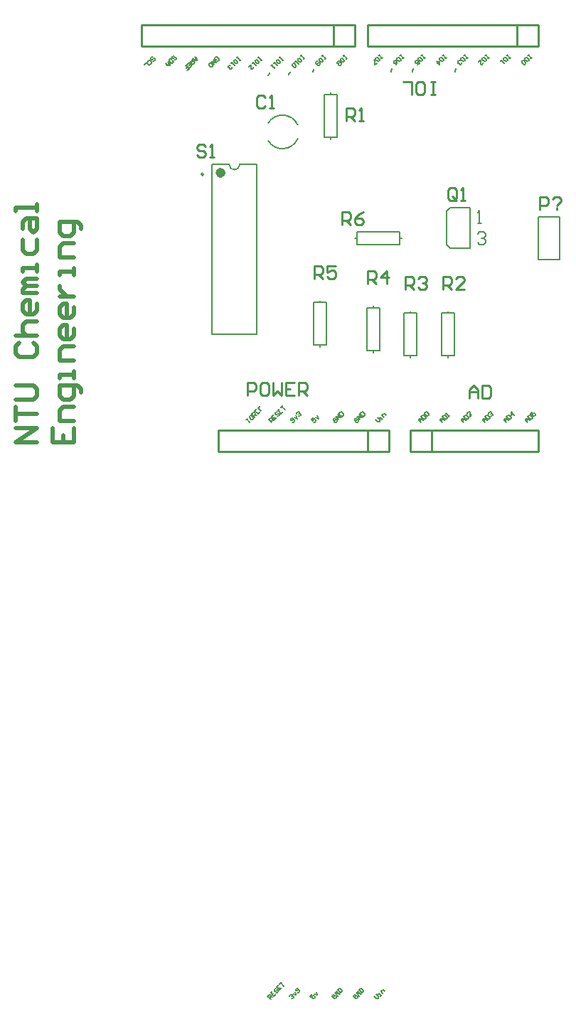
<source format=gto>
G04 Layer_Color=65535*
%FSLAX25Y25*%
%MOIN*%
G70*
G01*
G75*
%ADD10C,0.02000*%
%ADD22C,0.00787*%
%ADD23C,0.00984*%
%ADD24C,0.02362*%
%ADD25C,0.01000*%
%ADD26C,0.00500*%
%ADD27C,0.00591*%
D10*
X27171Y16164D02*
Y9500D01*
X37168D01*
Y16164D01*
X32169Y9500D02*
Y12832D01*
X37168Y19497D02*
X30503D01*
Y24495D01*
X32169Y26161D01*
X37168D01*
X40500Y32826D02*
Y34492D01*
X38834Y36158D01*
X30503D01*
Y31160D01*
X32169Y29493D01*
X35502D01*
X37168Y31160D01*
Y36158D01*
Y39490D02*
Y42823D01*
Y41156D01*
X30503D01*
Y39490D01*
X37168Y47821D02*
X30503D01*
Y52819D01*
X32169Y54485D01*
X37168D01*
Y62816D02*
Y59484D01*
X35502Y57818D01*
X32169D01*
X30503Y59484D01*
Y62816D01*
X32169Y64482D01*
X33836D01*
Y57818D01*
X37168Y72813D02*
Y69481D01*
X35502Y67814D01*
X32169D01*
X30503Y69481D01*
Y72813D01*
X32169Y74479D01*
X33836D01*
Y67814D01*
X30503Y77811D02*
X37168D01*
X33836D01*
X32169Y79477D01*
X30503Y81143D01*
Y82810D01*
X37168Y87808D02*
Y91140D01*
Y89474D01*
X30503D01*
Y87808D01*
X37168Y96139D02*
X30503D01*
Y101137D01*
X32169Y102803D01*
X37168D01*
X40500Y109468D02*
Y111134D01*
X38834Y112800D01*
X30503D01*
Y107802D01*
X32169Y106135D01*
X35502D01*
X37168Y107802D01*
Y112800D01*
X20038Y9500D02*
X10042D01*
X20038Y16164D01*
X10042D01*
Y19497D02*
Y26161D01*
Y22829D01*
X20038D01*
X10042Y29493D02*
X18372D01*
X20038Y31160D01*
Y34492D01*
X18372Y36158D01*
X10042D01*
X11708Y56152D02*
X10042Y54485D01*
Y51153D01*
X11708Y49487D01*
X18372D01*
X20038Y51153D01*
Y54485D01*
X18372Y56152D01*
X10042Y59484D02*
X20038D01*
X15040D01*
X13374Y61150D01*
Y64482D01*
X15040Y66148D01*
X20038D01*
Y74479D02*
Y71147D01*
X18372Y69481D01*
X15040D01*
X13374Y71147D01*
Y74479D01*
X15040Y76145D01*
X16706D01*
Y69481D01*
X20038Y79477D02*
X13374D01*
Y81143D01*
X15040Y82810D01*
X20038D01*
X15040D01*
X13374Y84476D01*
X15040Y86142D01*
X20038D01*
Y89474D02*
Y92806D01*
Y91140D01*
X13374D01*
Y89474D01*
Y104469D02*
Y99471D01*
X15040Y97805D01*
X18372D01*
X20038Y99471D01*
Y104469D01*
X13374Y109468D02*
Y112800D01*
X15040Y114466D01*
X20038D01*
Y109468D01*
X18372Y107802D01*
X16706Y109468D01*
Y114466D01*
X20038Y117798D02*
Y121131D01*
Y119465D01*
X10042D01*
Y117798D01*
D22*
X110000Y139764D02*
G03*
X115000Y139764I2500J0D01*
G01*
X142161Y158274D02*
G03*
X128360Y159232I-7161J-3274D01*
G01*
Y150768D02*
G03*
X142161Y151726I6640J4232D01*
G01*
X149500Y75000D02*
X152500D01*
X149500Y55000D02*
Y75000D01*
Y55000D02*
X155500D01*
Y75000D01*
X152500D02*
X155500D01*
X152500Y54100D02*
Y55000D01*
Y75000D02*
Y75900D01*
X177500Y52500D02*
X180500D01*
Y72500D01*
X174500D02*
X180500D01*
X174500Y52500D02*
Y72500D01*
Y52500D02*
X177500D01*
Y72500D02*
Y73400D01*
Y51600D02*
Y52500D01*
X192000Y70000D02*
X195000D01*
X192000Y50000D02*
Y70000D01*
Y50000D02*
X198000D01*
Y70000D01*
X195000D02*
X198000D01*
X195000Y49100D02*
Y50000D01*
Y70000D02*
Y70900D01*
X209500Y70000D02*
X212500D01*
X209500Y50000D02*
Y70000D01*
Y50000D02*
X215500D01*
Y70000D01*
X212500D02*
X215500D01*
X212500Y49100D02*
Y50000D01*
Y70000D02*
Y70900D01*
X102067Y60236D02*
Y139764D01*
X122933Y60236D02*
Y139764D01*
X102067D02*
X110000D01*
X115000D02*
X122933D01*
X102067Y60236D02*
X122933D01*
X170000Y102000D02*
Y105000D01*
Y102000D02*
X190000D01*
Y108000D01*
X170000D02*
X190000D01*
X170000Y105000D02*
Y108000D01*
X190000Y105000D02*
X190900D01*
X169100D02*
X170000D01*
X157500Y152500D02*
X160500D01*
Y172500D01*
X154500D02*
X160500D01*
X154500Y152500D02*
Y172500D01*
Y152500D02*
X157500D01*
Y172500D02*
Y173400D01*
Y151600D02*
Y152500D01*
X211949Y102244D02*
X213681Y100512D01*
X211949Y117756D02*
X213681Y119488D01*
Y119449D02*
X223051D01*
X213681Y100551D02*
X223051D01*
X211949Y102244D02*
Y117756D01*
X223051Y100551D02*
Y119449D01*
X255000Y115000D02*
X265000D01*
Y95000D02*
Y115000D01*
X255000Y95000D02*
X265000D01*
X255000D02*
Y115000D01*
D23*
X97992Y135118D02*
G03*
X97992Y135118I-492J0D01*
G01*
D24*
X107185Y135827D02*
G03*
X107185Y135827I-1181J0D01*
G01*
D25*
X195000Y10000D02*
Y15000D01*
X205000D01*
Y5000D02*
X255000D01*
Y15000D01*
X205000D02*
X255000D01*
X205000Y5000D02*
Y15000D01*
X195000Y5000D02*
X205000D01*
X195000D02*
Y10000D01*
X169000Y195000D02*
Y205000D01*
X159000Y195000D02*
X169000D01*
X159000D02*
Y205000D01*
X69000D02*
X159000D01*
X69000Y195000D02*
Y205000D01*
Y195000D02*
X159000D01*
Y205000D02*
X169000D01*
X255000Y195000D02*
Y205000D01*
X175000Y195000D02*
X255000D01*
X175000D02*
Y205000D01*
X255000D01*
X245000Y195000D02*
Y205000D01*
X185000Y5000D02*
Y15000D01*
X105000Y5000D02*
X185000D01*
X105000D02*
Y15000D01*
X185000D01*
X175000Y5000D02*
Y15000D01*
X150100Y86200D02*
Y92198D01*
X153099D01*
X154099Y91198D01*
Y89199D01*
X153099Y88199D01*
X150100D01*
X152099D02*
X154099Y86200D01*
X160097Y92198D02*
X156098D01*
Y89199D01*
X158097Y90199D01*
X159097D01*
X160097Y89199D01*
Y87200D01*
X159097Y86200D01*
X157098D01*
X156098Y87200D01*
X175100Y83700D02*
Y89698D01*
X178099D01*
X179099Y88698D01*
Y86699D01*
X178099Y85699D01*
X175100D01*
X177099D02*
X179099Y83700D01*
X184097D02*
Y89698D01*
X181098Y86699D01*
X185097D01*
X192650Y81150D02*
Y87148D01*
X195649D01*
X196649Y86148D01*
Y84149D01*
X195649Y83149D01*
X192650D01*
X194649D02*
X196649Y81150D01*
X198648Y86148D02*
X199648Y87148D01*
X201647D01*
X202647Y86148D01*
Y85149D01*
X201647Y84149D01*
X200647D01*
X201647D01*
X202647Y83149D01*
Y82150D01*
X201647Y81150D01*
X199648D01*
X198648Y82150D01*
X210150Y81150D02*
Y87148D01*
X213149D01*
X214149Y86148D01*
Y84149D01*
X213149Y83149D01*
X210150D01*
X212149D02*
X214149Y81150D01*
X220147D02*
X216148D01*
X220147Y85149D01*
Y86148D01*
X219147Y87148D01*
X217148D01*
X216148Y86148D01*
X99099Y148198D02*
X98099Y149198D01*
X96100D01*
X95100Y148198D01*
Y147199D01*
X96100Y146199D01*
X98099D01*
X99099Y145199D01*
Y144200D01*
X98099Y143200D01*
X96100D01*
X95100Y144200D01*
X101098Y143200D02*
X103097D01*
X102098D01*
Y149198D01*
X101098Y148198D01*
X162800Y111400D02*
Y117398D01*
X165799D01*
X166799Y116398D01*
Y114399D01*
X165799Y113399D01*
X162800D01*
X164799D02*
X166799Y111400D01*
X172797Y117398D02*
X170797Y116398D01*
X168798Y114399D01*
Y112400D01*
X169798Y111400D01*
X171797D01*
X172797Y112400D01*
Y113399D01*
X171797Y114399D01*
X168798D01*
X165000Y160000D02*
Y165998D01*
X167999D01*
X168999Y164998D01*
Y162999D01*
X167999Y161999D01*
X165000D01*
X166999D02*
X168999Y160000D01*
X170998D02*
X172997D01*
X171998D01*
Y165998D01*
X170998Y164998D01*
X216549Y123850D02*
Y127848D01*
X215549Y128848D01*
X213550D01*
X212550Y127848D01*
Y123850D01*
X213550Y122850D01*
X215549D01*
X214549Y124849D02*
X216549Y122850D01*
X215549D02*
X216549Y123850D01*
X218548Y122850D02*
X220547D01*
X219548D01*
Y128848D01*
X218548Y127848D01*
X255650Y118350D02*
Y124348D01*
X258649D01*
X259649Y123348D01*
Y121349D01*
X258649Y120349D01*
X255650D01*
X261648Y123348D02*
X262648Y124348D01*
X264647D01*
X265647Y123348D01*
Y122349D01*
X263647Y120349D01*
Y119350D02*
Y118350D01*
X127099Y171298D02*
X126099Y172298D01*
X124100D01*
X123100Y171298D01*
Y167300D01*
X124100Y166300D01*
X126099D01*
X127099Y167300D01*
X129098Y166300D02*
X131097D01*
X130098D01*
Y172298D01*
X129098Y171298D01*
X222500Y30000D02*
Y33999D01*
X224499Y35998D01*
X226499Y33999D01*
Y30000D01*
Y32999D01*
X222500D01*
X228498Y35998D02*
Y30000D01*
X231497D01*
X232497Y31000D01*
Y34998D01*
X231497Y35998D01*
X228498D01*
X206500Y172502D02*
X204501D01*
X205500D01*
Y178500D01*
X206500D01*
X204501D01*
X198503Y172502D02*
X200502D01*
X201502Y173502D01*
Y177500D01*
X200502Y178500D01*
X198503D01*
X197503Y177500D01*
Y173502D01*
X198503Y172502D01*
X195504D02*
Y178500D01*
X191505D01*
X118500Y31500D02*
Y37498D01*
X121499D01*
X122499Y36498D01*
Y34499D01*
X121499Y33499D01*
X118500D01*
X127497Y37498D02*
X125498D01*
X124498Y36498D01*
Y32500D01*
X125498Y31500D01*
X127497D01*
X128497Y32500D01*
Y36498D01*
X127497Y37498D01*
X130496D02*
Y31500D01*
X132495Y33499D01*
X134495Y31500D01*
Y37498D01*
X140493D02*
X136494D01*
Y31500D01*
X140493D01*
X136494Y34499D02*
X138494D01*
X142492Y31500D02*
Y37498D01*
X145491D01*
X146491Y36498D01*
Y34499D01*
X145491Y33499D01*
X142492D01*
X144492D02*
X146491Y31500D01*
D26*
X94000Y190293D02*
X94942Y189350D01*
Y188408D01*
X94000D01*
X93058Y189350D01*
X93764Y188644D01*
X94707Y189586D01*
X92586Y188879D02*
X94000Y187465D01*
X93293Y186758D01*
X92822D01*
X92351Y187230D01*
Y187701D01*
X93058Y188408D01*
X92586Y187937D02*
X91644D01*
Y185109D02*
X92586Y186052D01*
X91172Y187465D01*
X90230Y186523D01*
X91879Y186758D02*
X91408Y186287D01*
X90230Y183695D02*
X91172Y184638D01*
X90466Y185345D01*
X89994Y184873D01*
X90466Y185345D01*
X89759Y186052D01*
X104236Y188172D02*
X104707D01*
X105178Y188644D01*
X105178Y189115D01*
X104236Y190057D01*
X103764D01*
X103293Y189586D01*
X103293Y189115D01*
X103764Y188644D01*
X104236Y189115D01*
X102586Y188879D02*
X104000Y187465D01*
X101644Y187937D01*
X103058Y186523D01*
X102586Y186052D02*
X101172Y187465D01*
X100466Y186758D01*
X100466Y186287D01*
X101408Y185345D01*
X101879D01*
X102586Y186052D01*
X115414Y188879D02*
X114943Y188408D01*
X115178Y188644D01*
X113764Y190057D01*
X114000Y190293D01*
X113529Y189822D01*
X113529Y186994D02*
X114000Y187465D01*
X114000Y187937D01*
X113057Y188879D01*
X112586D01*
X112115Y188408D01*
Y187937D01*
X113057Y186994D01*
X113529D01*
X111408Y187701D02*
X110937Y187230D01*
X111172Y187465D01*
X112586Y186052D01*
X112586Y186523D01*
X111408Y185345D02*
Y184873D01*
X110937Y184402D01*
X110466D01*
X110230Y184638D01*
Y185109D01*
X110466Y185345D01*
X110230Y185109D01*
X109759Y185109D01*
X109523Y185345D01*
X109523Y185816D01*
X109994Y186287D01*
X110466D01*
X125414Y188879D02*
X124943Y188408D01*
X125178Y188644D01*
X123764Y190057D01*
X124000Y190293D01*
X123529Y189822D01*
X123529Y186994D02*
X124000Y187465D01*
X124000Y187937D01*
X123057Y188879D01*
X122586D01*
X122115Y188408D01*
Y187937D01*
X123057Y186994D01*
X123529D01*
X121408Y187701D02*
X120937Y187230D01*
X121172Y187465D01*
X122586Y186052D01*
X122586Y186523D01*
X119288Y185580D02*
X120230Y186523D01*
Y184638D01*
X120466Y184402D01*
X120937D01*
X121408Y184873D01*
Y185345D01*
X135414Y188879D02*
X134942Y188408D01*
X135178Y188644D01*
X133764Y190057D01*
X134000Y190293D01*
X133529Y189822D01*
X133529Y186994D02*
X134000Y187465D01*
X134000Y187937D01*
X133057Y188879D01*
X132586D01*
X132115Y188408D01*
Y187937D01*
X133057Y186994D01*
X133529D01*
X131408Y187701D02*
X130937Y187230D01*
X131173Y187465D01*
X132586Y186052D01*
X132586Y186523D01*
X130230D02*
X129759Y186052D01*
X129994Y186287D01*
X131408Y184873D01*
Y185345D01*
X128816Y182753D02*
X128816Y182282D01*
X128345Y181810D01*
X128345Y181339D01*
X145414Y189586D02*
X144942Y189115D01*
X145178Y189351D01*
X143764Y190764D01*
X144000Y191000D01*
X143529Y190529D01*
X143529Y187701D02*
X144000Y188172D01*
X144000Y188644D01*
X143058Y189586D01*
X142586D01*
X142115Y189115D01*
Y188644D01*
X143058Y187701D01*
X143529D01*
X141408Y188408D02*
X140937Y187937D01*
X141173Y188172D01*
X142586Y186759D01*
X142586Y187230D01*
X141408Y186052D02*
Y185581D01*
X140937Y185109D01*
X140466D01*
X139523Y186052D01*
X139523Y186523D01*
X139994Y186994D01*
X140466D01*
X141408Y186052D01*
X138581Y183224D02*
X138581Y182753D01*
X138109Y182282D01*
X138109Y181811D01*
X155414Y189586D02*
X154943Y189115D01*
X155178Y189351D01*
X153764Y190764D01*
X154000Y191000D01*
X153529Y190529D01*
X153529Y187701D02*
X154000Y188172D01*
X154000Y188644D01*
X153058Y189586D01*
X152586D01*
X152115Y189115D01*
Y188644D01*
X153058Y187701D01*
X153529D01*
X151644Y188172D02*
X151172D01*
X150701Y187701D01*
X150701Y187230D01*
X151644Y186287D01*
X152115D01*
X152586Y186759D01*
X152586Y187230D01*
X152351Y187466D01*
X151879Y187466D01*
X151172Y186759D01*
X149759Y184403D02*
X149759Y183931D01*
X149287Y183460D01*
X149287Y182989D01*
X165414Y189586D02*
X164943Y189115D01*
X165178Y189351D01*
X163764Y190764D01*
X164000Y191000D01*
X163529Y190529D01*
X163529Y187701D02*
X164000Y188172D01*
X164000Y188644D01*
X163057Y189586D01*
X162586D01*
X162115Y189115D01*
Y188644D01*
X163057Y187701D01*
X163529D01*
X162586Y187230D02*
X162586Y186759D01*
X162115Y186287D01*
X161644D01*
X161408Y186523D01*
Y186994D01*
X160937Y186994D01*
X160701Y187230D01*
X160701Y187701D01*
X161172Y188172D01*
X161644D01*
X161879Y187937D01*
Y187466D01*
X162351Y187466D01*
X162586Y187230D01*
X161879Y187466D02*
X161408Y186994D01*
X181914Y189879D02*
X181442Y189408D01*
X181678Y189644D01*
X180264Y191057D01*
X180500Y191293D01*
X180029Y190822D01*
X180029Y187994D02*
X180500Y188465D01*
X180500Y188937D01*
X179558Y189879D01*
X179086D01*
X178615Y189408D01*
Y188937D01*
X179558Y187994D01*
X180029D01*
X179322Y187287D02*
X178379Y186345D01*
X178144Y186580D01*
Y188465D01*
X177908Y188701D01*
X191914Y189879D02*
X191443Y189408D01*
X191678Y189644D01*
X190264Y191057D01*
X190500Y191293D01*
X190029Y190822D01*
X190029Y187994D02*
X190500Y188465D01*
X190500Y188937D01*
X189558Y189879D01*
X189086D01*
X188615Y189408D01*
Y188937D01*
X189558Y187994D01*
X190029D01*
X188379Y186345D02*
X188615Y187052D01*
Y187994D01*
X188144Y188465D01*
X187672D01*
X187201Y187994D01*
X187201Y187523D01*
X187437Y187287D01*
X187908Y187287D01*
X188615Y187994D01*
X186259Y184695D02*
X186259Y184224D01*
X185787Y183753D01*
X185787Y183282D01*
X201914Y189879D02*
X201443Y189408D01*
X201678Y189644D01*
X200264Y191057D01*
X200500Y191293D01*
X200029Y190822D01*
X200029Y187994D02*
X200500Y188465D01*
X200500Y188937D01*
X199557Y189879D01*
X199086D01*
X198615Y189408D01*
Y188937D01*
X199557Y187994D01*
X200029D01*
X198379Y186345D02*
X199322Y187287D01*
X198615Y187994D01*
X198379Y187287D01*
X198144Y187052D01*
X197672D01*
X197201Y187523D01*
X197201Y187994D01*
X197672Y188465D01*
X198144D01*
X196259Y184695D02*
X196259Y184224D01*
X195788Y183753D01*
X195788Y183282D01*
X211914Y189879D02*
X211442Y189408D01*
X211678Y189644D01*
X210264Y191057D01*
X210500Y191293D01*
X210029Y190822D01*
X210029Y187994D02*
X210500Y188465D01*
X210500Y188937D01*
X209558Y189879D01*
X209086D01*
X208615Y189408D01*
Y188937D01*
X209558Y187994D01*
X210029D01*
X207201D02*
X208615Y186580D01*
Y187994D01*
X207673Y187052D01*
X221914Y189879D02*
X221443Y189408D01*
X221678Y189644D01*
X220264Y191057D01*
X220500Y191293D01*
X220029Y190822D01*
X220029Y187994D02*
X220500Y188465D01*
X220500Y188937D01*
X219557Y189879D01*
X219086D01*
X218615Y189408D01*
Y188937D01*
X219557Y187994D01*
X220029D01*
X219086Y187523D02*
X219086Y187052D01*
X218615Y186580D01*
X218144D01*
X217908Y186816D01*
Y187287D01*
X218144Y187523D01*
X217908Y187287D01*
X217437Y187287D01*
X217201Y187523D01*
X217201Y187994D01*
X217672Y188465D01*
X218144D01*
X216259Y184695D02*
X216259Y184224D01*
X215788Y183753D01*
X215788Y183282D01*
X231914Y189879D02*
X231442Y189408D01*
X231678Y189644D01*
X230264Y191057D01*
X230500Y191293D01*
X230029Y190822D01*
X230029Y187994D02*
X230500Y188465D01*
X230500Y188937D01*
X229557Y189879D01*
X229086D01*
X228615Y189408D01*
Y188937D01*
X229557Y187994D01*
X230029D01*
X226966Y187759D02*
X227908Y188701D01*
Y186816D01*
X228144Y186580D01*
X228615D01*
X229086Y187052D01*
X229086Y187523D01*
X241914Y189879D02*
X241442Y189408D01*
X241678Y189644D01*
X240264Y191057D01*
X240500Y191293D01*
X240029Y190822D01*
X240029Y187994D02*
X240500Y188465D01*
X240500Y188937D01*
X239558Y189879D01*
X239086D01*
X238615Y189408D01*
Y188937D01*
X239558Y187994D01*
X240029D01*
X237908Y188701D02*
X237437Y188230D01*
X237672Y188465D01*
X239086Y187052D01*
X239086Y187523D01*
X251914Y189879D02*
X251443Y189408D01*
X251678Y189644D01*
X250264Y191057D01*
X250500Y191293D01*
X250029Y190822D01*
X250029Y187994D02*
X250500Y188465D01*
X250500Y188937D01*
X249557Y189879D01*
X249086D01*
X248615Y189408D01*
Y188937D01*
X249557Y187994D01*
X250029D01*
X249086Y187523D02*
X249086Y187052D01*
X248615Y186580D01*
X248144D01*
X247201Y187523D01*
X247201Y187994D01*
X247673Y188465D01*
X248144D01*
X249086Y187523D01*
X250000Y18707D02*
X249058Y19650D01*
Y20592D01*
X250000D01*
X250942Y19650D01*
X250236Y20357D01*
X249293Y19414D01*
X250000Y21535D02*
X251414Y20121D01*
X252121Y20828D01*
Y21299D01*
X251178Y22242D01*
X250707D01*
X250000Y21535D01*
X252356Y23891D02*
X251414Y22948D01*
X252121Y22242D01*
X252356Y22948D01*
X252592Y23184D01*
X253063D01*
X253534Y22713D01*
X253534Y22242D01*
X253063Y21770D01*
X252592D01*
X240000Y18707D02*
X239057Y19650D01*
Y20592D01*
X240000D01*
X240943Y19650D01*
X240236Y20357D01*
X239293Y19414D01*
X240000Y21535D02*
X241414Y20121D01*
X242121Y20828D01*
Y21299D01*
X241178Y22242D01*
X240707D01*
X240000Y21535D01*
X243534Y22242D02*
X242121Y23655D01*
Y22242D01*
X243063Y23184D01*
X230000Y18707D02*
X229058Y19650D01*
Y20592D01*
X230000D01*
X230943Y19650D01*
X230236Y20357D01*
X229293Y19414D01*
X230000Y21535D02*
X231414Y20121D01*
X232121Y20828D01*
Y21299D01*
X231178Y22242D01*
X230707D01*
X230000Y21535D01*
X231649Y22713D02*
Y23184D01*
X232121Y23655D01*
X232592D01*
X232827Y23420D01*
Y22948D01*
X232592Y22713D01*
X232827Y22948D01*
X233299Y22948D01*
X233534Y22713D01*
X233534Y22242D01*
X233063Y21770D01*
X232592D01*
X220000Y18707D02*
X219057Y19650D01*
Y20592D01*
X220000D01*
X220942Y19650D01*
X220236Y20357D01*
X219293Y19414D01*
X220000Y21535D02*
X221414Y20121D01*
X222121Y20828D01*
Y21299D01*
X221178Y22242D01*
X220707D01*
X220000Y21535D01*
X223770Y22477D02*
X222828Y21535D01*
Y23420D01*
X222592Y23655D01*
X222121D01*
X221649Y23184D01*
Y22713D01*
X210000Y18707D02*
X209057Y19650D01*
Y20592D01*
X210000D01*
X210943Y19650D01*
X210236Y20357D01*
X209293Y19414D01*
X210000Y21535D02*
X211414Y20121D01*
X212121Y20828D01*
Y21299D01*
X211178Y22242D01*
X210707D01*
X210000Y21535D01*
X212827D02*
X213299Y22006D01*
X213063Y21770D01*
X211649Y23184D01*
Y22713D01*
X200000Y18707D02*
X199057Y19650D01*
Y20592D01*
X200000D01*
X200942Y19650D01*
X200236Y20357D01*
X199293Y19414D01*
X200000Y21535D02*
X201414Y20121D01*
X202121Y20828D01*
Y21299D01*
X201178Y22242D01*
X200707D01*
X200000Y21535D01*
X201649Y22713D02*
Y23184D01*
X202121Y23655D01*
X202592D01*
X203534Y22713D01*
X203534Y22242D01*
X203063Y21770D01*
X202592D01*
X201649Y22713D01*
X178586Y20121D02*
X179529Y19178D01*
X180471D01*
Y20121D01*
X179529Y21063D01*
X181414Y20121D02*
X181885Y20592D01*
X181649Y20357D01*
X180707Y21299D01*
X180471Y21063D01*
X182592Y21299D02*
X181649Y22242D01*
X182356Y22948D01*
X182827D01*
X183534Y22242D01*
X169764Y20828D02*
X169293D01*
X168822Y20357D01*
X168822Y19885D01*
X169764Y18943D01*
X170236D01*
X170707Y19414D01*
X170707Y19885D01*
X170236Y20357D01*
X169764Y19885D01*
X171414Y20121D02*
X170000Y21535D01*
X172356Y21063D01*
X170942Y22477D01*
X171414Y22948D02*
X172827Y21535D01*
X173534Y22242D01*
X173534Y22713D01*
X172592Y23655D01*
X172121D01*
X171414Y22948D01*
X159764Y20828D02*
X159293D01*
X158822Y20357D01*
X158822Y19885D01*
X159764Y18943D01*
X160236D01*
X160707Y19414D01*
X160707Y19885D01*
X160236Y20357D01*
X159764Y19885D01*
X161414Y20121D02*
X160000Y21535D01*
X162356Y21063D01*
X160942Y22477D01*
X161414Y22948D02*
X162828Y21535D01*
X163534Y22242D01*
X163534Y22713D01*
X162592Y23655D01*
X162121D01*
X161414Y22948D01*
X149529Y21063D02*
X148586Y20121D01*
X149293Y19414D01*
X149529Y20121D01*
X149764Y20357D01*
X150236D01*
X150707Y19885D01*
X150707Y19414D01*
X150236Y18943D01*
X149764D01*
X150471Y21063D02*
X151885Y20592D01*
X151414Y22006D01*
X138822Y19885D02*
X138822Y20357D01*
X139293Y20828D01*
X139764D01*
X140000Y20592D01*
Y20121D01*
X139764Y19885D01*
X140000Y20121D01*
X140471Y20121D01*
X140707Y19885D01*
X140707Y19414D01*
X140236Y18943D01*
X139764D01*
X140471Y21063D02*
X141885Y20592D01*
X141414Y22006D01*
X141649Y22713D02*
Y23184D01*
X142121Y23655D01*
X142592D01*
X142827Y23420D01*
Y22948D01*
X142592Y22713D01*
X142827Y22948D01*
X143299Y22948D01*
X143534Y22713D01*
X143534Y22242D01*
X143063Y21770D01*
X142592D01*
X130000Y18707D02*
X128586Y20121D01*
X129293Y20828D01*
X129764D01*
X130236Y20357D01*
X130236Y19885D01*
X129529Y19178D01*
X130000Y19650D02*
X130942D01*
Y22477D02*
X130000Y21535D01*
X131414Y20121D01*
X132356Y21063D01*
X130707Y20828D02*
X131178Y21299D01*
X132592Y23655D02*
X132121D01*
X131649Y23184D01*
Y22713D01*
X131885Y22477D01*
X132356Y22477D01*
X132827Y22948D01*
X133299Y22948D01*
X133534Y22713D01*
X133534Y22242D01*
X133063Y21770D01*
X132592D01*
X133770Y25305D02*
X132827Y24362D01*
X134241Y22948D01*
X135184Y23891D01*
X133534Y23655D02*
X134006Y24126D01*
X134241Y25776D02*
X135184Y26718D01*
X134713Y26247D01*
X136126Y24833D01*
X118086Y20121D02*
X118558Y20592D01*
X118322Y20357D01*
X119736Y18943D01*
X119500Y18707D01*
X119971Y19178D01*
X119971Y22006D02*
X119500Y21535D01*
X119500Y21063D01*
X120442Y20121D01*
X120914D01*
X121385Y20592D01*
Y21063D01*
X120442Y22006D01*
X119971D01*
X122092Y21299D02*
X120678Y22713D01*
X121385Y23420D01*
X121856D01*
X122327Y22948D01*
Y22477D01*
X121621Y21770D01*
X122092Y22242D02*
X123034D01*
Y25069D02*
X122092Y24126D01*
X123506Y22713D01*
X124448Y23655D01*
X122799Y23420D02*
X123270Y23891D01*
X124448Y26483D02*
X123506Y25540D01*
X124213Y24833D01*
X124684Y25305D01*
X124213Y24833D01*
X124919Y24126D01*
X84236Y188672D02*
X84707D01*
X85178Y189144D01*
X85178Y189615D01*
X84943Y189850D01*
X84471Y189850D01*
X84000Y189379D01*
X83529Y189379D01*
X83293Y189615D01*
X83293Y190086D01*
X83764Y190557D01*
X84236D01*
X84000Y187965D02*
X82586Y189379D01*
X81879Y188672D01*
Y188201D01*
X82822Y187259D01*
X83293D01*
X84000Y187965D01*
X81173D02*
X82115Y187023D01*
Y186080D01*
X81173D01*
X80230Y187023D01*
X80937Y186316D01*
X81879Y187259D01*
X74236Y188172D02*
X74707D01*
X75178Y188644D01*
X75178Y189115D01*
X74942Y189350D01*
X74471Y189350D01*
X74000Y188879D01*
X73529Y188879D01*
X73293Y189115D01*
X73293Y189586D01*
X73764Y190057D01*
X74236D01*
X72822Y186758D02*
X73293D01*
X73764Y187230D01*
X73764Y187701D01*
X72822Y188644D01*
X72351D01*
X71879Y188172D01*
Y187701D01*
X72586Y186052D02*
X71172Y187465D01*
X70230Y186523D01*
X178086Y-250086D02*
X179029Y-251029D01*
X179971D01*
Y-250086D01*
X179029Y-249144D01*
X180914Y-250086D02*
X181385Y-249615D01*
X181149Y-249851D01*
X180207Y-248908D01*
X179971Y-249144D01*
X182092Y-248908D02*
X181149Y-247966D01*
X181856Y-247259D01*
X182327D01*
X183034Y-247966D01*
X169264Y-249379D02*
X168793D01*
X168322Y-249851D01*
X168322Y-250322D01*
X169264Y-251264D01*
X169736D01*
X170207Y-250793D01*
X170207Y-250322D01*
X169736Y-249851D01*
X169264Y-250322D01*
X170914Y-250086D02*
X169500Y-248673D01*
X171856Y-249144D01*
X170442Y-247730D01*
X170914Y-247259D02*
X172327Y-248673D01*
X173034Y-247966D01*
X173034Y-247494D01*
X172092Y-246552D01*
X171621D01*
X170914Y-247259D01*
X159264Y-249379D02*
X158793D01*
X158322Y-249851D01*
X158322Y-250322D01*
X159264Y-251264D01*
X159736D01*
X160207Y-250793D01*
X160207Y-250322D01*
X159736Y-249851D01*
X159264Y-250322D01*
X160914Y-250086D02*
X159500Y-248673D01*
X161856Y-249144D01*
X160442Y-247730D01*
X160914Y-247259D02*
X162328Y-248673D01*
X163034Y-247966D01*
X163034Y-247494D01*
X162092Y-246552D01*
X161621D01*
X160914Y-247259D01*
X149029Y-249144D02*
X148086Y-250086D01*
X148793Y-250793D01*
X149029Y-250086D01*
X149264Y-249851D01*
X149736D01*
X150207Y-250322D01*
X150207Y-250793D01*
X149736Y-251264D01*
X149264D01*
X149971Y-249144D02*
X151385Y-249615D01*
X150914Y-248201D01*
X138322Y-250322D02*
X138322Y-249851D01*
X138793Y-249379D01*
X139264D01*
X139500Y-249615D01*
Y-250086D01*
X139264Y-250322D01*
X139500Y-250086D01*
X139971Y-250086D01*
X140207Y-250322D01*
X140207Y-250793D01*
X139736Y-251264D01*
X139264D01*
X139971Y-249144D02*
X141385Y-249615D01*
X140914Y-248201D01*
X141149Y-247494D02*
Y-247023D01*
X141621Y-246552D01*
X142092D01*
X142327Y-246788D01*
Y-247259D01*
X142092Y-247494D01*
X142327Y-247259D01*
X142799Y-247259D01*
X143034Y-247494D01*
X143034Y-247966D01*
X142563Y-248437D01*
X142092D01*
X129500Y-251500D02*
X128086Y-250086D01*
X128793Y-249379D01*
X129264D01*
X129736Y-249851D01*
X129736Y-250322D01*
X129029Y-251029D01*
X129500Y-250557D02*
X130443D01*
Y-247730D02*
X129500Y-248673D01*
X130914Y-250086D01*
X131856Y-249144D01*
X130207Y-249379D02*
X130678Y-248908D01*
X132092Y-246552D02*
X131621D01*
X131149Y-247023D01*
Y-247494D01*
X131385Y-247730D01*
X131856Y-247730D01*
X132327Y-247259D01*
X132799Y-247259D01*
X133034Y-247494D01*
X133034Y-247966D01*
X132563Y-248437D01*
X132092D01*
X133270Y-244902D02*
X132327Y-245845D01*
X133741Y-247259D01*
X134684Y-246316D01*
X133034Y-246552D02*
X133506Y-246081D01*
X133741Y-244431D02*
X134684Y-243489D01*
X134213Y-243960D01*
X135626Y-245374D01*
D27*
X226457Y112185D02*
X228425D01*
X227441D01*
Y118089D01*
X226457Y117105D01*
Y107191D02*
X227441Y108175D01*
X229409D01*
X230392Y107191D01*
Y106207D01*
X229409Y105223D01*
X228425D01*
X229409D01*
X230392Y104239D01*
Y103255D01*
X229409Y102272D01*
X227441D01*
X226457Y103255D01*
M02*

</source>
